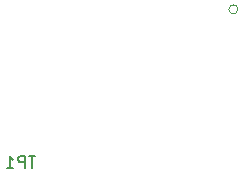
<source format=gbr>
%TF.GenerationSoftware,KiCad,Pcbnew,(6.0.9)*%
%TF.CreationDate,2022-12-21T09:32:13-07:00*%
%TF.ProjectId,Flight-Computer-Lite,466c6967-6874-42d4-936f-6d7075746572,rev?*%
%TF.SameCoordinates,Original*%
%TF.FileFunction,Legend,Bot*%
%TF.FilePolarity,Positive*%
%FSLAX46Y46*%
G04 Gerber Fmt 4.6, Leading zero omitted, Abs format (unit mm)*
G04 Created by KiCad (PCBNEW (6.0.9)) date 2022-12-21 09:32:13*
%MOMM*%
%LPD*%
G01*
G04 APERTURE LIST*
%ADD10C,0.150000*%
%ADD11C,0.120000*%
G04 APERTURE END LIST*
D10*
%TO.C,TP1*%
X164075904Y-97953580D02*
X163504476Y-97953580D01*
X163790190Y-98953580D02*
X163790190Y-97953580D01*
X163171142Y-98953580D02*
X163171142Y-97953580D01*
X162790190Y-97953580D01*
X162694952Y-98001200D01*
X162647333Y-98048819D01*
X162599714Y-98144057D01*
X162599714Y-98286914D01*
X162647333Y-98382152D01*
X162694952Y-98429771D01*
X162790190Y-98477390D01*
X163171142Y-98477390D01*
X161647333Y-98953580D02*
X162218761Y-98953580D01*
X161933047Y-98953580D02*
X161933047Y-97953580D01*
X162028285Y-98096438D01*
X162123523Y-98191676D01*
X162218761Y-98239295D01*
D11*
%TO.C,P4*%
X181219803Y-85520501D02*
G75*
G03*
X181219803Y-85520501I-381000J0D01*
G01*
%TD*%
M02*

</source>
